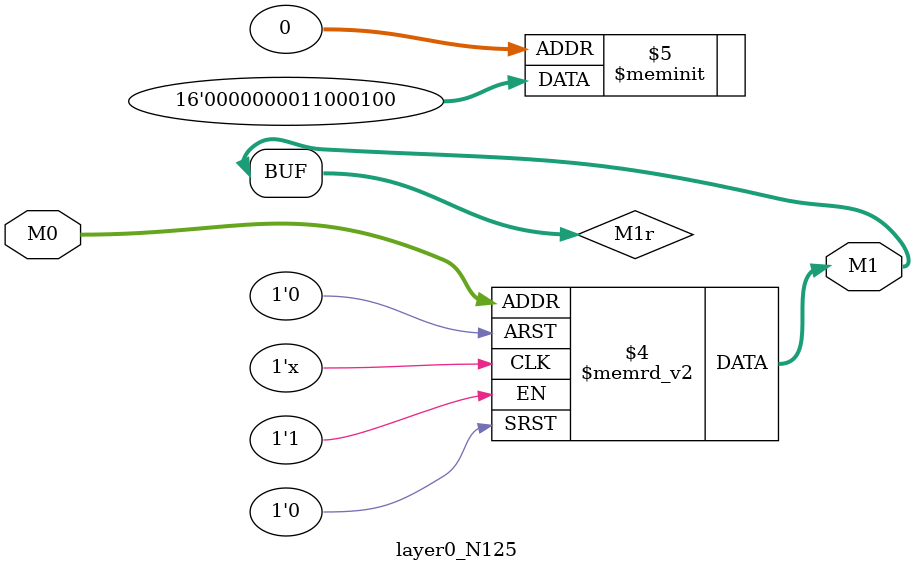
<source format=v>
module layer0_N125 ( input [2:0] M0, output [1:0] M1 );

	(*rom_style = "distributed" *) reg [1:0] M1r;
	assign M1 = M1r;
	always @ (M0) begin
		case (M0)
			3'b000: M1r = 2'b00;
			3'b100: M1r = 2'b00;
			3'b010: M1r = 2'b00;
			3'b110: M1r = 2'b00;
			3'b001: M1r = 2'b01;
			3'b101: M1r = 2'b00;
			3'b011: M1r = 2'b11;
			3'b111: M1r = 2'b00;

		endcase
	end
endmodule

</source>
